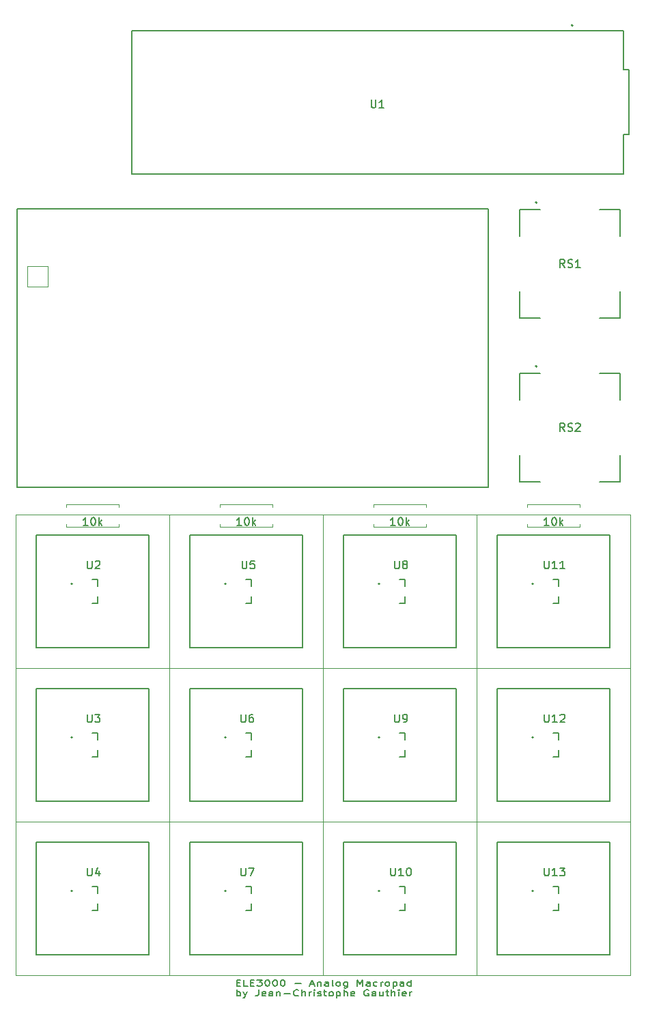
<source format=gto>
%TF.GenerationSoftware,KiCad,Pcbnew,7.0.8*%
%TF.CreationDate,2024-07-17T11:45:19-04:00*%
%TF.ProjectId,analog-macropad,616e616c-6f67-42d6-9d61-63726f706164,v01*%
%TF.SameCoordinates,Original*%
%TF.FileFunction,Legend,Top*%
%TF.FilePolarity,Positive*%
%FSLAX46Y46*%
G04 Gerber Fmt 4.6, Leading zero omitted, Abs format (unit mm)*
G04 Created by KiCad (PCBNEW 7.0.8) date 2024-07-17 11:45:19*
%MOMM*%
%LPD*%
G01*
G04 APERTURE LIST*
%ADD10C,0.150000*%
%ADD11C,0.127000*%
%ADD12C,0.200000*%
%ADD13C,0.120000*%
%ADD14C,0.203200*%
%ADD15C,0.101600*%
%ADD16C,0.100000*%
G04 APERTURE END LIST*
D10*
X128860779Y-153212982D02*
X129194112Y-153212982D01*
X129336969Y-153612125D02*
X128860779Y-153612125D01*
X128860779Y-153612125D02*
X128860779Y-152850125D01*
X128860779Y-152850125D02*
X129336969Y-152850125D01*
X130241731Y-153612125D02*
X129765541Y-153612125D01*
X129765541Y-153612125D02*
X129765541Y-152850125D01*
X130575065Y-153212982D02*
X130908398Y-153212982D01*
X131051255Y-153612125D02*
X130575065Y-153612125D01*
X130575065Y-153612125D02*
X130575065Y-152850125D01*
X130575065Y-152850125D02*
X131051255Y-152850125D01*
X131384589Y-152850125D02*
X132003636Y-152850125D01*
X132003636Y-152850125D02*
X131670303Y-153140411D01*
X131670303Y-153140411D02*
X131813160Y-153140411D01*
X131813160Y-153140411D02*
X131908398Y-153176697D01*
X131908398Y-153176697D02*
X131956017Y-153212982D01*
X131956017Y-153212982D02*
X132003636Y-153285554D01*
X132003636Y-153285554D02*
X132003636Y-153466982D01*
X132003636Y-153466982D02*
X131956017Y-153539554D01*
X131956017Y-153539554D02*
X131908398Y-153575840D01*
X131908398Y-153575840D02*
X131813160Y-153612125D01*
X131813160Y-153612125D02*
X131527446Y-153612125D01*
X131527446Y-153612125D02*
X131432208Y-153575840D01*
X131432208Y-153575840D02*
X131384589Y-153539554D01*
X132622684Y-152850125D02*
X132717922Y-152850125D01*
X132717922Y-152850125D02*
X132813160Y-152886411D01*
X132813160Y-152886411D02*
X132860779Y-152922697D01*
X132860779Y-152922697D02*
X132908398Y-152995268D01*
X132908398Y-152995268D02*
X132956017Y-153140411D01*
X132956017Y-153140411D02*
X132956017Y-153321840D01*
X132956017Y-153321840D02*
X132908398Y-153466982D01*
X132908398Y-153466982D02*
X132860779Y-153539554D01*
X132860779Y-153539554D02*
X132813160Y-153575840D01*
X132813160Y-153575840D02*
X132717922Y-153612125D01*
X132717922Y-153612125D02*
X132622684Y-153612125D01*
X132622684Y-153612125D02*
X132527446Y-153575840D01*
X132527446Y-153575840D02*
X132479827Y-153539554D01*
X132479827Y-153539554D02*
X132432208Y-153466982D01*
X132432208Y-153466982D02*
X132384589Y-153321840D01*
X132384589Y-153321840D02*
X132384589Y-153140411D01*
X132384589Y-153140411D02*
X132432208Y-152995268D01*
X132432208Y-152995268D02*
X132479827Y-152922697D01*
X132479827Y-152922697D02*
X132527446Y-152886411D01*
X132527446Y-152886411D02*
X132622684Y-152850125D01*
X133575065Y-152850125D02*
X133670303Y-152850125D01*
X133670303Y-152850125D02*
X133765541Y-152886411D01*
X133765541Y-152886411D02*
X133813160Y-152922697D01*
X133813160Y-152922697D02*
X133860779Y-152995268D01*
X133860779Y-152995268D02*
X133908398Y-153140411D01*
X133908398Y-153140411D02*
X133908398Y-153321840D01*
X133908398Y-153321840D02*
X133860779Y-153466982D01*
X133860779Y-153466982D02*
X133813160Y-153539554D01*
X133813160Y-153539554D02*
X133765541Y-153575840D01*
X133765541Y-153575840D02*
X133670303Y-153612125D01*
X133670303Y-153612125D02*
X133575065Y-153612125D01*
X133575065Y-153612125D02*
X133479827Y-153575840D01*
X133479827Y-153575840D02*
X133432208Y-153539554D01*
X133432208Y-153539554D02*
X133384589Y-153466982D01*
X133384589Y-153466982D02*
X133336970Y-153321840D01*
X133336970Y-153321840D02*
X133336970Y-153140411D01*
X133336970Y-153140411D02*
X133384589Y-152995268D01*
X133384589Y-152995268D02*
X133432208Y-152922697D01*
X133432208Y-152922697D02*
X133479827Y-152886411D01*
X133479827Y-152886411D02*
X133575065Y-152850125D01*
X134527446Y-152850125D02*
X134622684Y-152850125D01*
X134622684Y-152850125D02*
X134717922Y-152886411D01*
X134717922Y-152886411D02*
X134765541Y-152922697D01*
X134765541Y-152922697D02*
X134813160Y-152995268D01*
X134813160Y-152995268D02*
X134860779Y-153140411D01*
X134860779Y-153140411D02*
X134860779Y-153321840D01*
X134860779Y-153321840D02*
X134813160Y-153466982D01*
X134813160Y-153466982D02*
X134765541Y-153539554D01*
X134765541Y-153539554D02*
X134717922Y-153575840D01*
X134717922Y-153575840D02*
X134622684Y-153612125D01*
X134622684Y-153612125D02*
X134527446Y-153612125D01*
X134527446Y-153612125D02*
X134432208Y-153575840D01*
X134432208Y-153575840D02*
X134384589Y-153539554D01*
X134384589Y-153539554D02*
X134336970Y-153466982D01*
X134336970Y-153466982D02*
X134289351Y-153321840D01*
X134289351Y-153321840D02*
X134289351Y-153140411D01*
X134289351Y-153140411D02*
X134336970Y-152995268D01*
X134336970Y-152995268D02*
X134384589Y-152922697D01*
X134384589Y-152922697D02*
X134432208Y-152886411D01*
X134432208Y-152886411D02*
X134527446Y-152850125D01*
X136051256Y-153321840D02*
X136813161Y-153321840D01*
X138003637Y-153394411D02*
X138479827Y-153394411D01*
X137908399Y-153612125D02*
X138241732Y-152850125D01*
X138241732Y-152850125D02*
X138575065Y-153612125D01*
X138908399Y-153104125D02*
X138908399Y-153612125D01*
X138908399Y-153176697D02*
X138956018Y-153140411D01*
X138956018Y-153140411D02*
X139051256Y-153104125D01*
X139051256Y-153104125D02*
X139194113Y-153104125D01*
X139194113Y-153104125D02*
X139289351Y-153140411D01*
X139289351Y-153140411D02*
X139336970Y-153212982D01*
X139336970Y-153212982D02*
X139336970Y-153612125D01*
X140241732Y-153612125D02*
X140241732Y-153212982D01*
X140241732Y-153212982D02*
X140194113Y-153140411D01*
X140194113Y-153140411D02*
X140098875Y-153104125D01*
X140098875Y-153104125D02*
X139908399Y-153104125D01*
X139908399Y-153104125D02*
X139813161Y-153140411D01*
X140241732Y-153575840D02*
X140146494Y-153612125D01*
X140146494Y-153612125D02*
X139908399Y-153612125D01*
X139908399Y-153612125D02*
X139813161Y-153575840D01*
X139813161Y-153575840D02*
X139765542Y-153503268D01*
X139765542Y-153503268D02*
X139765542Y-153430697D01*
X139765542Y-153430697D02*
X139813161Y-153358125D01*
X139813161Y-153358125D02*
X139908399Y-153321840D01*
X139908399Y-153321840D02*
X140146494Y-153321840D01*
X140146494Y-153321840D02*
X140241732Y-153285554D01*
X140860780Y-153612125D02*
X140765542Y-153575840D01*
X140765542Y-153575840D02*
X140717923Y-153503268D01*
X140717923Y-153503268D02*
X140717923Y-152850125D01*
X141384590Y-153612125D02*
X141289352Y-153575840D01*
X141289352Y-153575840D02*
X141241733Y-153539554D01*
X141241733Y-153539554D02*
X141194114Y-153466982D01*
X141194114Y-153466982D02*
X141194114Y-153249268D01*
X141194114Y-153249268D02*
X141241733Y-153176697D01*
X141241733Y-153176697D02*
X141289352Y-153140411D01*
X141289352Y-153140411D02*
X141384590Y-153104125D01*
X141384590Y-153104125D02*
X141527447Y-153104125D01*
X141527447Y-153104125D02*
X141622685Y-153140411D01*
X141622685Y-153140411D02*
X141670304Y-153176697D01*
X141670304Y-153176697D02*
X141717923Y-153249268D01*
X141717923Y-153249268D02*
X141717923Y-153466982D01*
X141717923Y-153466982D02*
X141670304Y-153539554D01*
X141670304Y-153539554D02*
X141622685Y-153575840D01*
X141622685Y-153575840D02*
X141527447Y-153612125D01*
X141527447Y-153612125D02*
X141384590Y-153612125D01*
X142575066Y-153104125D02*
X142575066Y-153720982D01*
X142575066Y-153720982D02*
X142527447Y-153793554D01*
X142527447Y-153793554D02*
X142479828Y-153829840D01*
X142479828Y-153829840D02*
X142384590Y-153866125D01*
X142384590Y-153866125D02*
X142241733Y-153866125D01*
X142241733Y-153866125D02*
X142146495Y-153829840D01*
X142575066Y-153575840D02*
X142479828Y-153612125D01*
X142479828Y-153612125D02*
X142289352Y-153612125D01*
X142289352Y-153612125D02*
X142194114Y-153575840D01*
X142194114Y-153575840D02*
X142146495Y-153539554D01*
X142146495Y-153539554D02*
X142098876Y-153466982D01*
X142098876Y-153466982D02*
X142098876Y-153249268D01*
X142098876Y-153249268D02*
X142146495Y-153176697D01*
X142146495Y-153176697D02*
X142194114Y-153140411D01*
X142194114Y-153140411D02*
X142289352Y-153104125D01*
X142289352Y-153104125D02*
X142479828Y-153104125D01*
X142479828Y-153104125D02*
X142575066Y-153140411D01*
X143813162Y-153612125D02*
X143813162Y-152850125D01*
X143813162Y-152850125D02*
X144146495Y-153394411D01*
X144146495Y-153394411D02*
X144479828Y-152850125D01*
X144479828Y-152850125D02*
X144479828Y-153612125D01*
X145384590Y-153612125D02*
X145384590Y-153212982D01*
X145384590Y-153212982D02*
X145336971Y-153140411D01*
X145336971Y-153140411D02*
X145241733Y-153104125D01*
X145241733Y-153104125D02*
X145051257Y-153104125D01*
X145051257Y-153104125D02*
X144956019Y-153140411D01*
X145384590Y-153575840D02*
X145289352Y-153612125D01*
X145289352Y-153612125D02*
X145051257Y-153612125D01*
X145051257Y-153612125D02*
X144956019Y-153575840D01*
X144956019Y-153575840D02*
X144908400Y-153503268D01*
X144908400Y-153503268D02*
X144908400Y-153430697D01*
X144908400Y-153430697D02*
X144956019Y-153358125D01*
X144956019Y-153358125D02*
X145051257Y-153321840D01*
X145051257Y-153321840D02*
X145289352Y-153321840D01*
X145289352Y-153321840D02*
X145384590Y-153285554D01*
X146289352Y-153575840D02*
X146194114Y-153612125D01*
X146194114Y-153612125D02*
X146003638Y-153612125D01*
X146003638Y-153612125D02*
X145908400Y-153575840D01*
X145908400Y-153575840D02*
X145860781Y-153539554D01*
X145860781Y-153539554D02*
X145813162Y-153466982D01*
X145813162Y-153466982D02*
X145813162Y-153249268D01*
X145813162Y-153249268D02*
X145860781Y-153176697D01*
X145860781Y-153176697D02*
X145908400Y-153140411D01*
X145908400Y-153140411D02*
X146003638Y-153104125D01*
X146003638Y-153104125D02*
X146194114Y-153104125D01*
X146194114Y-153104125D02*
X146289352Y-153140411D01*
X146717924Y-153612125D02*
X146717924Y-153104125D01*
X146717924Y-153249268D02*
X146765543Y-153176697D01*
X146765543Y-153176697D02*
X146813162Y-153140411D01*
X146813162Y-153140411D02*
X146908400Y-153104125D01*
X146908400Y-153104125D02*
X147003638Y-153104125D01*
X147479829Y-153612125D02*
X147384591Y-153575840D01*
X147384591Y-153575840D02*
X147336972Y-153539554D01*
X147336972Y-153539554D02*
X147289353Y-153466982D01*
X147289353Y-153466982D02*
X147289353Y-153249268D01*
X147289353Y-153249268D02*
X147336972Y-153176697D01*
X147336972Y-153176697D02*
X147384591Y-153140411D01*
X147384591Y-153140411D02*
X147479829Y-153104125D01*
X147479829Y-153104125D02*
X147622686Y-153104125D01*
X147622686Y-153104125D02*
X147717924Y-153140411D01*
X147717924Y-153140411D02*
X147765543Y-153176697D01*
X147765543Y-153176697D02*
X147813162Y-153249268D01*
X147813162Y-153249268D02*
X147813162Y-153466982D01*
X147813162Y-153466982D02*
X147765543Y-153539554D01*
X147765543Y-153539554D02*
X147717924Y-153575840D01*
X147717924Y-153575840D02*
X147622686Y-153612125D01*
X147622686Y-153612125D02*
X147479829Y-153612125D01*
X148241734Y-153104125D02*
X148241734Y-153866125D01*
X148241734Y-153140411D02*
X148336972Y-153104125D01*
X148336972Y-153104125D02*
X148527448Y-153104125D01*
X148527448Y-153104125D02*
X148622686Y-153140411D01*
X148622686Y-153140411D02*
X148670305Y-153176697D01*
X148670305Y-153176697D02*
X148717924Y-153249268D01*
X148717924Y-153249268D02*
X148717924Y-153466982D01*
X148717924Y-153466982D02*
X148670305Y-153539554D01*
X148670305Y-153539554D02*
X148622686Y-153575840D01*
X148622686Y-153575840D02*
X148527448Y-153612125D01*
X148527448Y-153612125D02*
X148336972Y-153612125D01*
X148336972Y-153612125D02*
X148241734Y-153575840D01*
X149575067Y-153612125D02*
X149575067Y-153212982D01*
X149575067Y-153212982D02*
X149527448Y-153140411D01*
X149527448Y-153140411D02*
X149432210Y-153104125D01*
X149432210Y-153104125D02*
X149241734Y-153104125D01*
X149241734Y-153104125D02*
X149146496Y-153140411D01*
X149575067Y-153575840D02*
X149479829Y-153612125D01*
X149479829Y-153612125D02*
X149241734Y-153612125D01*
X149241734Y-153612125D02*
X149146496Y-153575840D01*
X149146496Y-153575840D02*
X149098877Y-153503268D01*
X149098877Y-153503268D02*
X149098877Y-153430697D01*
X149098877Y-153430697D02*
X149146496Y-153358125D01*
X149146496Y-153358125D02*
X149241734Y-153321840D01*
X149241734Y-153321840D02*
X149479829Y-153321840D01*
X149479829Y-153321840D02*
X149575067Y-153285554D01*
X150479829Y-153612125D02*
X150479829Y-152850125D01*
X150479829Y-153575840D02*
X150384591Y-153612125D01*
X150384591Y-153612125D02*
X150194115Y-153612125D01*
X150194115Y-153612125D02*
X150098877Y-153575840D01*
X150098877Y-153575840D02*
X150051258Y-153539554D01*
X150051258Y-153539554D02*
X150003639Y-153466982D01*
X150003639Y-153466982D02*
X150003639Y-153249268D01*
X150003639Y-153249268D02*
X150051258Y-153176697D01*
X150051258Y-153176697D02*
X150098877Y-153140411D01*
X150098877Y-153140411D02*
X150194115Y-153104125D01*
X150194115Y-153104125D02*
X150384591Y-153104125D01*
X150384591Y-153104125D02*
X150479829Y-153140411D01*
X128860779Y-154838945D02*
X128860779Y-154076945D01*
X128860779Y-154367231D02*
X128956017Y-154330945D01*
X128956017Y-154330945D02*
X129146493Y-154330945D01*
X129146493Y-154330945D02*
X129241731Y-154367231D01*
X129241731Y-154367231D02*
X129289350Y-154403517D01*
X129289350Y-154403517D02*
X129336969Y-154476088D01*
X129336969Y-154476088D02*
X129336969Y-154693802D01*
X129336969Y-154693802D02*
X129289350Y-154766374D01*
X129289350Y-154766374D02*
X129241731Y-154802660D01*
X129241731Y-154802660D02*
X129146493Y-154838945D01*
X129146493Y-154838945D02*
X128956017Y-154838945D01*
X128956017Y-154838945D02*
X128860779Y-154802660D01*
X129670303Y-154330945D02*
X129908398Y-154838945D01*
X130146493Y-154330945D02*
X129908398Y-154838945D01*
X129908398Y-154838945D02*
X129813160Y-155020374D01*
X129813160Y-155020374D02*
X129765541Y-155056660D01*
X129765541Y-155056660D02*
X129670303Y-155092945D01*
X131575065Y-154076945D02*
X131575065Y-154621231D01*
X131575065Y-154621231D02*
X131527446Y-154730088D01*
X131527446Y-154730088D02*
X131432208Y-154802660D01*
X131432208Y-154802660D02*
X131289351Y-154838945D01*
X131289351Y-154838945D02*
X131194113Y-154838945D01*
X132432208Y-154802660D02*
X132336970Y-154838945D01*
X132336970Y-154838945D02*
X132146494Y-154838945D01*
X132146494Y-154838945D02*
X132051256Y-154802660D01*
X132051256Y-154802660D02*
X132003637Y-154730088D01*
X132003637Y-154730088D02*
X132003637Y-154439802D01*
X132003637Y-154439802D02*
X132051256Y-154367231D01*
X132051256Y-154367231D02*
X132146494Y-154330945D01*
X132146494Y-154330945D02*
X132336970Y-154330945D01*
X132336970Y-154330945D02*
X132432208Y-154367231D01*
X132432208Y-154367231D02*
X132479827Y-154439802D01*
X132479827Y-154439802D02*
X132479827Y-154512374D01*
X132479827Y-154512374D02*
X132003637Y-154584945D01*
X133336970Y-154838945D02*
X133336970Y-154439802D01*
X133336970Y-154439802D02*
X133289351Y-154367231D01*
X133289351Y-154367231D02*
X133194113Y-154330945D01*
X133194113Y-154330945D02*
X133003637Y-154330945D01*
X133003637Y-154330945D02*
X132908399Y-154367231D01*
X133336970Y-154802660D02*
X133241732Y-154838945D01*
X133241732Y-154838945D02*
X133003637Y-154838945D01*
X133003637Y-154838945D02*
X132908399Y-154802660D01*
X132908399Y-154802660D02*
X132860780Y-154730088D01*
X132860780Y-154730088D02*
X132860780Y-154657517D01*
X132860780Y-154657517D02*
X132908399Y-154584945D01*
X132908399Y-154584945D02*
X133003637Y-154548660D01*
X133003637Y-154548660D02*
X133241732Y-154548660D01*
X133241732Y-154548660D02*
X133336970Y-154512374D01*
X133813161Y-154330945D02*
X133813161Y-154838945D01*
X133813161Y-154403517D02*
X133860780Y-154367231D01*
X133860780Y-154367231D02*
X133956018Y-154330945D01*
X133956018Y-154330945D02*
X134098875Y-154330945D01*
X134098875Y-154330945D02*
X134194113Y-154367231D01*
X134194113Y-154367231D02*
X134241732Y-154439802D01*
X134241732Y-154439802D02*
X134241732Y-154838945D01*
X134717923Y-154548660D02*
X135479828Y-154548660D01*
X136527446Y-154766374D02*
X136479827Y-154802660D01*
X136479827Y-154802660D02*
X136336970Y-154838945D01*
X136336970Y-154838945D02*
X136241732Y-154838945D01*
X136241732Y-154838945D02*
X136098875Y-154802660D01*
X136098875Y-154802660D02*
X136003637Y-154730088D01*
X136003637Y-154730088D02*
X135956018Y-154657517D01*
X135956018Y-154657517D02*
X135908399Y-154512374D01*
X135908399Y-154512374D02*
X135908399Y-154403517D01*
X135908399Y-154403517D02*
X135956018Y-154258374D01*
X135956018Y-154258374D02*
X136003637Y-154185802D01*
X136003637Y-154185802D02*
X136098875Y-154113231D01*
X136098875Y-154113231D02*
X136241732Y-154076945D01*
X136241732Y-154076945D02*
X136336970Y-154076945D01*
X136336970Y-154076945D02*
X136479827Y-154113231D01*
X136479827Y-154113231D02*
X136527446Y-154149517D01*
X136956018Y-154838945D02*
X136956018Y-154076945D01*
X137384589Y-154838945D02*
X137384589Y-154439802D01*
X137384589Y-154439802D02*
X137336970Y-154367231D01*
X137336970Y-154367231D02*
X137241732Y-154330945D01*
X137241732Y-154330945D02*
X137098875Y-154330945D01*
X137098875Y-154330945D02*
X137003637Y-154367231D01*
X137003637Y-154367231D02*
X136956018Y-154403517D01*
X137860780Y-154838945D02*
X137860780Y-154330945D01*
X137860780Y-154476088D02*
X137908399Y-154403517D01*
X137908399Y-154403517D02*
X137956018Y-154367231D01*
X137956018Y-154367231D02*
X138051256Y-154330945D01*
X138051256Y-154330945D02*
X138146494Y-154330945D01*
X138479828Y-154838945D02*
X138479828Y-154330945D01*
X138479828Y-154076945D02*
X138432209Y-154113231D01*
X138432209Y-154113231D02*
X138479828Y-154149517D01*
X138479828Y-154149517D02*
X138527447Y-154113231D01*
X138527447Y-154113231D02*
X138479828Y-154076945D01*
X138479828Y-154076945D02*
X138479828Y-154149517D01*
X138908399Y-154802660D02*
X139003637Y-154838945D01*
X139003637Y-154838945D02*
X139194113Y-154838945D01*
X139194113Y-154838945D02*
X139289351Y-154802660D01*
X139289351Y-154802660D02*
X139336970Y-154730088D01*
X139336970Y-154730088D02*
X139336970Y-154693802D01*
X139336970Y-154693802D02*
X139289351Y-154621231D01*
X139289351Y-154621231D02*
X139194113Y-154584945D01*
X139194113Y-154584945D02*
X139051256Y-154584945D01*
X139051256Y-154584945D02*
X138956018Y-154548660D01*
X138956018Y-154548660D02*
X138908399Y-154476088D01*
X138908399Y-154476088D02*
X138908399Y-154439802D01*
X138908399Y-154439802D02*
X138956018Y-154367231D01*
X138956018Y-154367231D02*
X139051256Y-154330945D01*
X139051256Y-154330945D02*
X139194113Y-154330945D01*
X139194113Y-154330945D02*
X139289351Y-154367231D01*
X139622685Y-154330945D02*
X140003637Y-154330945D01*
X139765542Y-154076945D02*
X139765542Y-154730088D01*
X139765542Y-154730088D02*
X139813161Y-154802660D01*
X139813161Y-154802660D02*
X139908399Y-154838945D01*
X139908399Y-154838945D02*
X140003637Y-154838945D01*
X140479828Y-154838945D02*
X140384590Y-154802660D01*
X140384590Y-154802660D02*
X140336971Y-154766374D01*
X140336971Y-154766374D02*
X140289352Y-154693802D01*
X140289352Y-154693802D02*
X140289352Y-154476088D01*
X140289352Y-154476088D02*
X140336971Y-154403517D01*
X140336971Y-154403517D02*
X140384590Y-154367231D01*
X140384590Y-154367231D02*
X140479828Y-154330945D01*
X140479828Y-154330945D02*
X140622685Y-154330945D01*
X140622685Y-154330945D02*
X140717923Y-154367231D01*
X140717923Y-154367231D02*
X140765542Y-154403517D01*
X140765542Y-154403517D02*
X140813161Y-154476088D01*
X140813161Y-154476088D02*
X140813161Y-154693802D01*
X140813161Y-154693802D02*
X140765542Y-154766374D01*
X140765542Y-154766374D02*
X140717923Y-154802660D01*
X140717923Y-154802660D02*
X140622685Y-154838945D01*
X140622685Y-154838945D02*
X140479828Y-154838945D01*
X141241733Y-154330945D02*
X141241733Y-155092945D01*
X141241733Y-154367231D02*
X141336971Y-154330945D01*
X141336971Y-154330945D02*
X141527447Y-154330945D01*
X141527447Y-154330945D02*
X141622685Y-154367231D01*
X141622685Y-154367231D02*
X141670304Y-154403517D01*
X141670304Y-154403517D02*
X141717923Y-154476088D01*
X141717923Y-154476088D02*
X141717923Y-154693802D01*
X141717923Y-154693802D02*
X141670304Y-154766374D01*
X141670304Y-154766374D02*
X141622685Y-154802660D01*
X141622685Y-154802660D02*
X141527447Y-154838945D01*
X141527447Y-154838945D02*
X141336971Y-154838945D01*
X141336971Y-154838945D02*
X141241733Y-154802660D01*
X142146495Y-154838945D02*
X142146495Y-154076945D01*
X142575066Y-154838945D02*
X142575066Y-154439802D01*
X142575066Y-154439802D02*
X142527447Y-154367231D01*
X142527447Y-154367231D02*
X142432209Y-154330945D01*
X142432209Y-154330945D02*
X142289352Y-154330945D01*
X142289352Y-154330945D02*
X142194114Y-154367231D01*
X142194114Y-154367231D02*
X142146495Y-154403517D01*
X143432209Y-154802660D02*
X143336971Y-154838945D01*
X143336971Y-154838945D02*
X143146495Y-154838945D01*
X143146495Y-154838945D02*
X143051257Y-154802660D01*
X143051257Y-154802660D02*
X143003638Y-154730088D01*
X143003638Y-154730088D02*
X143003638Y-154439802D01*
X143003638Y-154439802D02*
X143051257Y-154367231D01*
X143051257Y-154367231D02*
X143146495Y-154330945D01*
X143146495Y-154330945D02*
X143336971Y-154330945D01*
X143336971Y-154330945D02*
X143432209Y-154367231D01*
X143432209Y-154367231D02*
X143479828Y-154439802D01*
X143479828Y-154439802D02*
X143479828Y-154512374D01*
X143479828Y-154512374D02*
X143003638Y-154584945D01*
X145194114Y-154113231D02*
X145098876Y-154076945D01*
X145098876Y-154076945D02*
X144956019Y-154076945D01*
X144956019Y-154076945D02*
X144813162Y-154113231D01*
X144813162Y-154113231D02*
X144717924Y-154185802D01*
X144717924Y-154185802D02*
X144670305Y-154258374D01*
X144670305Y-154258374D02*
X144622686Y-154403517D01*
X144622686Y-154403517D02*
X144622686Y-154512374D01*
X144622686Y-154512374D02*
X144670305Y-154657517D01*
X144670305Y-154657517D02*
X144717924Y-154730088D01*
X144717924Y-154730088D02*
X144813162Y-154802660D01*
X144813162Y-154802660D02*
X144956019Y-154838945D01*
X144956019Y-154838945D02*
X145051257Y-154838945D01*
X145051257Y-154838945D02*
X145194114Y-154802660D01*
X145194114Y-154802660D02*
X145241733Y-154766374D01*
X145241733Y-154766374D02*
X145241733Y-154512374D01*
X145241733Y-154512374D02*
X145051257Y-154512374D01*
X146098876Y-154838945D02*
X146098876Y-154439802D01*
X146098876Y-154439802D02*
X146051257Y-154367231D01*
X146051257Y-154367231D02*
X145956019Y-154330945D01*
X145956019Y-154330945D02*
X145765543Y-154330945D01*
X145765543Y-154330945D02*
X145670305Y-154367231D01*
X146098876Y-154802660D02*
X146003638Y-154838945D01*
X146003638Y-154838945D02*
X145765543Y-154838945D01*
X145765543Y-154838945D02*
X145670305Y-154802660D01*
X145670305Y-154802660D02*
X145622686Y-154730088D01*
X145622686Y-154730088D02*
X145622686Y-154657517D01*
X145622686Y-154657517D02*
X145670305Y-154584945D01*
X145670305Y-154584945D02*
X145765543Y-154548660D01*
X145765543Y-154548660D02*
X146003638Y-154548660D01*
X146003638Y-154548660D02*
X146098876Y-154512374D01*
X147003638Y-154330945D02*
X147003638Y-154838945D01*
X146575067Y-154330945D02*
X146575067Y-154730088D01*
X146575067Y-154730088D02*
X146622686Y-154802660D01*
X146622686Y-154802660D02*
X146717924Y-154838945D01*
X146717924Y-154838945D02*
X146860781Y-154838945D01*
X146860781Y-154838945D02*
X146956019Y-154802660D01*
X146956019Y-154802660D02*
X147003638Y-154766374D01*
X147336972Y-154330945D02*
X147717924Y-154330945D01*
X147479829Y-154076945D02*
X147479829Y-154730088D01*
X147479829Y-154730088D02*
X147527448Y-154802660D01*
X147527448Y-154802660D02*
X147622686Y-154838945D01*
X147622686Y-154838945D02*
X147717924Y-154838945D01*
X148051258Y-154838945D02*
X148051258Y-154076945D01*
X148479829Y-154838945D02*
X148479829Y-154439802D01*
X148479829Y-154439802D02*
X148432210Y-154367231D01*
X148432210Y-154367231D02*
X148336972Y-154330945D01*
X148336972Y-154330945D02*
X148194115Y-154330945D01*
X148194115Y-154330945D02*
X148098877Y-154367231D01*
X148098877Y-154367231D02*
X148051258Y-154403517D01*
X148956020Y-154838945D02*
X148956020Y-154330945D01*
X148956020Y-154076945D02*
X148908401Y-154113231D01*
X148908401Y-154113231D02*
X148956020Y-154149517D01*
X148956020Y-154149517D02*
X149003639Y-154113231D01*
X149003639Y-154113231D02*
X148956020Y-154076945D01*
X148956020Y-154076945D02*
X148956020Y-154149517D01*
X149813162Y-154802660D02*
X149717924Y-154838945D01*
X149717924Y-154838945D02*
X149527448Y-154838945D01*
X149527448Y-154838945D02*
X149432210Y-154802660D01*
X149432210Y-154802660D02*
X149384591Y-154730088D01*
X149384591Y-154730088D02*
X149384591Y-154439802D01*
X149384591Y-154439802D02*
X149432210Y-154367231D01*
X149432210Y-154367231D02*
X149527448Y-154330945D01*
X149527448Y-154330945D02*
X149717924Y-154330945D01*
X149717924Y-154330945D02*
X149813162Y-154367231D01*
X149813162Y-154367231D02*
X149860781Y-154439802D01*
X149860781Y-154439802D02*
X149860781Y-154512374D01*
X149860781Y-154512374D02*
X149384591Y-154584945D01*
X150289353Y-154838945D02*
X150289353Y-154330945D01*
X150289353Y-154476088D02*
X150336972Y-154403517D01*
X150336972Y-154403517D02*
X150384591Y-154367231D01*
X150384591Y-154367231D02*
X150479829Y-154330945D01*
X150479829Y-154330945D02*
X150575067Y-154330945D01*
X169537142Y-64462819D02*
X169203809Y-63986628D01*
X168965714Y-64462819D02*
X168965714Y-63462819D01*
X168965714Y-63462819D02*
X169346666Y-63462819D01*
X169346666Y-63462819D02*
X169441904Y-63510438D01*
X169441904Y-63510438D02*
X169489523Y-63558057D01*
X169489523Y-63558057D02*
X169537142Y-63653295D01*
X169537142Y-63653295D02*
X169537142Y-63796152D01*
X169537142Y-63796152D02*
X169489523Y-63891390D01*
X169489523Y-63891390D02*
X169441904Y-63939009D01*
X169441904Y-63939009D02*
X169346666Y-63986628D01*
X169346666Y-63986628D02*
X168965714Y-63986628D01*
X169918095Y-64415200D02*
X170060952Y-64462819D01*
X170060952Y-64462819D02*
X170299047Y-64462819D01*
X170299047Y-64462819D02*
X170394285Y-64415200D01*
X170394285Y-64415200D02*
X170441904Y-64367580D01*
X170441904Y-64367580D02*
X170489523Y-64272342D01*
X170489523Y-64272342D02*
X170489523Y-64177104D01*
X170489523Y-64177104D02*
X170441904Y-64081866D01*
X170441904Y-64081866D02*
X170394285Y-64034247D01*
X170394285Y-64034247D02*
X170299047Y-63986628D01*
X170299047Y-63986628D02*
X170108571Y-63939009D01*
X170108571Y-63939009D02*
X170013333Y-63891390D01*
X170013333Y-63891390D02*
X169965714Y-63843771D01*
X169965714Y-63843771D02*
X169918095Y-63748533D01*
X169918095Y-63748533D02*
X169918095Y-63653295D01*
X169918095Y-63653295D02*
X169965714Y-63558057D01*
X169965714Y-63558057D02*
X170013333Y-63510438D01*
X170013333Y-63510438D02*
X170108571Y-63462819D01*
X170108571Y-63462819D02*
X170346666Y-63462819D01*
X170346666Y-63462819D02*
X170489523Y-63510438D01*
X171441904Y-64462819D02*
X170870476Y-64462819D01*
X171156190Y-64462819D02*
X171156190Y-63462819D01*
X171156190Y-63462819D02*
X171060952Y-63605676D01*
X171060952Y-63605676D02*
X170965714Y-63700914D01*
X170965714Y-63700914D02*
X170870476Y-63748533D01*
X148502761Y-96466819D02*
X147931333Y-96466819D01*
X148217047Y-96466819D02*
X148217047Y-95466819D01*
X148217047Y-95466819D02*
X148121809Y-95609676D01*
X148121809Y-95609676D02*
X148026571Y-95704914D01*
X148026571Y-95704914D02*
X147931333Y-95752533D01*
X149121809Y-95466819D02*
X149217047Y-95466819D01*
X149217047Y-95466819D02*
X149312285Y-95514438D01*
X149312285Y-95514438D02*
X149359904Y-95562057D01*
X149359904Y-95562057D02*
X149407523Y-95657295D01*
X149407523Y-95657295D02*
X149455142Y-95847771D01*
X149455142Y-95847771D02*
X149455142Y-96085866D01*
X149455142Y-96085866D02*
X149407523Y-96276342D01*
X149407523Y-96276342D02*
X149359904Y-96371580D01*
X149359904Y-96371580D02*
X149312285Y-96419200D01*
X149312285Y-96419200D02*
X149217047Y-96466819D01*
X149217047Y-96466819D02*
X149121809Y-96466819D01*
X149121809Y-96466819D02*
X149026571Y-96419200D01*
X149026571Y-96419200D02*
X148978952Y-96371580D01*
X148978952Y-96371580D02*
X148931333Y-96276342D01*
X148931333Y-96276342D02*
X148883714Y-96085866D01*
X148883714Y-96085866D02*
X148883714Y-95847771D01*
X148883714Y-95847771D02*
X148931333Y-95657295D01*
X148931333Y-95657295D02*
X148978952Y-95562057D01*
X148978952Y-95562057D02*
X149026571Y-95514438D01*
X149026571Y-95514438D02*
X149121809Y-95466819D01*
X149883714Y-96466819D02*
X149883714Y-95466819D01*
X149978952Y-96085866D02*
X150264666Y-96466819D01*
X150264666Y-95800152D02*
X149883714Y-96181104D01*
X148443095Y-100840819D02*
X148443095Y-101650342D01*
X148443095Y-101650342D02*
X148490714Y-101745580D01*
X148490714Y-101745580D02*
X148538333Y-101793200D01*
X148538333Y-101793200D02*
X148633571Y-101840819D01*
X148633571Y-101840819D02*
X148824047Y-101840819D01*
X148824047Y-101840819D02*
X148919285Y-101793200D01*
X148919285Y-101793200D02*
X148966904Y-101745580D01*
X148966904Y-101745580D02*
X149014523Y-101650342D01*
X149014523Y-101650342D02*
X149014523Y-100840819D01*
X149633571Y-101269390D02*
X149538333Y-101221771D01*
X149538333Y-101221771D02*
X149490714Y-101174152D01*
X149490714Y-101174152D02*
X149443095Y-101078914D01*
X149443095Y-101078914D02*
X149443095Y-101031295D01*
X149443095Y-101031295D02*
X149490714Y-100936057D01*
X149490714Y-100936057D02*
X149538333Y-100888438D01*
X149538333Y-100888438D02*
X149633571Y-100840819D01*
X149633571Y-100840819D02*
X149824047Y-100840819D01*
X149824047Y-100840819D02*
X149919285Y-100888438D01*
X149919285Y-100888438D02*
X149966904Y-100936057D01*
X149966904Y-100936057D02*
X150014523Y-101031295D01*
X150014523Y-101031295D02*
X150014523Y-101078914D01*
X150014523Y-101078914D02*
X149966904Y-101174152D01*
X149966904Y-101174152D02*
X149919285Y-101221771D01*
X149919285Y-101221771D02*
X149824047Y-101269390D01*
X149824047Y-101269390D02*
X149633571Y-101269390D01*
X149633571Y-101269390D02*
X149538333Y-101317009D01*
X149538333Y-101317009D02*
X149490714Y-101364628D01*
X149490714Y-101364628D02*
X149443095Y-101459866D01*
X149443095Y-101459866D02*
X149443095Y-101650342D01*
X149443095Y-101650342D02*
X149490714Y-101745580D01*
X149490714Y-101745580D02*
X149538333Y-101793200D01*
X149538333Y-101793200D02*
X149633571Y-101840819D01*
X149633571Y-101840819D02*
X149824047Y-101840819D01*
X149824047Y-101840819D02*
X149919285Y-101793200D01*
X149919285Y-101793200D02*
X149966904Y-101745580D01*
X149966904Y-101745580D02*
X150014523Y-101650342D01*
X150014523Y-101650342D02*
X150014523Y-101459866D01*
X150014523Y-101459866D02*
X149966904Y-101364628D01*
X149966904Y-101364628D02*
X149919285Y-101317009D01*
X149919285Y-101317009D02*
X149824047Y-101269390D01*
X167016905Y-138940819D02*
X167016905Y-139750342D01*
X167016905Y-139750342D02*
X167064524Y-139845580D01*
X167064524Y-139845580D02*
X167112143Y-139893200D01*
X167112143Y-139893200D02*
X167207381Y-139940819D01*
X167207381Y-139940819D02*
X167397857Y-139940819D01*
X167397857Y-139940819D02*
X167493095Y-139893200D01*
X167493095Y-139893200D02*
X167540714Y-139845580D01*
X167540714Y-139845580D02*
X167588333Y-139750342D01*
X167588333Y-139750342D02*
X167588333Y-138940819D01*
X168588333Y-139940819D02*
X168016905Y-139940819D01*
X168302619Y-139940819D02*
X168302619Y-138940819D01*
X168302619Y-138940819D02*
X168207381Y-139083676D01*
X168207381Y-139083676D02*
X168112143Y-139178914D01*
X168112143Y-139178914D02*
X168016905Y-139226533D01*
X168921667Y-138940819D02*
X169540714Y-138940819D01*
X169540714Y-138940819D02*
X169207381Y-139321771D01*
X169207381Y-139321771D02*
X169350238Y-139321771D01*
X169350238Y-139321771D02*
X169445476Y-139369390D01*
X169445476Y-139369390D02*
X169493095Y-139417009D01*
X169493095Y-139417009D02*
X169540714Y-139512247D01*
X169540714Y-139512247D02*
X169540714Y-139750342D01*
X169540714Y-139750342D02*
X169493095Y-139845580D01*
X169493095Y-139845580D02*
X169445476Y-139893200D01*
X169445476Y-139893200D02*
X169350238Y-139940819D01*
X169350238Y-139940819D02*
X169064524Y-139940819D01*
X169064524Y-139940819D02*
X168969286Y-139893200D01*
X168969286Y-139893200D02*
X168921667Y-139845580D01*
X129393095Y-138940819D02*
X129393095Y-139750342D01*
X129393095Y-139750342D02*
X129440714Y-139845580D01*
X129440714Y-139845580D02*
X129488333Y-139893200D01*
X129488333Y-139893200D02*
X129583571Y-139940819D01*
X129583571Y-139940819D02*
X129774047Y-139940819D01*
X129774047Y-139940819D02*
X129869285Y-139893200D01*
X129869285Y-139893200D02*
X129916904Y-139845580D01*
X129916904Y-139845580D02*
X129964523Y-139750342D01*
X129964523Y-139750342D02*
X129964523Y-138940819D01*
X130345476Y-138940819D02*
X131012142Y-138940819D01*
X131012142Y-138940819D02*
X130583571Y-139940819D01*
X169537142Y-84782819D02*
X169203809Y-84306628D01*
X168965714Y-84782819D02*
X168965714Y-83782819D01*
X168965714Y-83782819D02*
X169346666Y-83782819D01*
X169346666Y-83782819D02*
X169441904Y-83830438D01*
X169441904Y-83830438D02*
X169489523Y-83878057D01*
X169489523Y-83878057D02*
X169537142Y-83973295D01*
X169537142Y-83973295D02*
X169537142Y-84116152D01*
X169537142Y-84116152D02*
X169489523Y-84211390D01*
X169489523Y-84211390D02*
X169441904Y-84259009D01*
X169441904Y-84259009D02*
X169346666Y-84306628D01*
X169346666Y-84306628D02*
X168965714Y-84306628D01*
X169918095Y-84735200D02*
X170060952Y-84782819D01*
X170060952Y-84782819D02*
X170299047Y-84782819D01*
X170299047Y-84782819D02*
X170394285Y-84735200D01*
X170394285Y-84735200D02*
X170441904Y-84687580D01*
X170441904Y-84687580D02*
X170489523Y-84592342D01*
X170489523Y-84592342D02*
X170489523Y-84497104D01*
X170489523Y-84497104D02*
X170441904Y-84401866D01*
X170441904Y-84401866D02*
X170394285Y-84354247D01*
X170394285Y-84354247D02*
X170299047Y-84306628D01*
X170299047Y-84306628D02*
X170108571Y-84259009D01*
X170108571Y-84259009D02*
X170013333Y-84211390D01*
X170013333Y-84211390D02*
X169965714Y-84163771D01*
X169965714Y-84163771D02*
X169918095Y-84068533D01*
X169918095Y-84068533D02*
X169918095Y-83973295D01*
X169918095Y-83973295D02*
X169965714Y-83878057D01*
X169965714Y-83878057D02*
X170013333Y-83830438D01*
X170013333Y-83830438D02*
X170108571Y-83782819D01*
X170108571Y-83782819D02*
X170346666Y-83782819D01*
X170346666Y-83782819D02*
X170489523Y-83830438D01*
X170870476Y-83878057D02*
X170918095Y-83830438D01*
X170918095Y-83830438D02*
X171013333Y-83782819D01*
X171013333Y-83782819D02*
X171251428Y-83782819D01*
X171251428Y-83782819D02*
X171346666Y-83830438D01*
X171346666Y-83830438D02*
X171394285Y-83878057D01*
X171394285Y-83878057D02*
X171441904Y-83973295D01*
X171441904Y-83973295D02*
X171441904Y-84068533D01*
X171441904Y-84068533D02*
X171394285Y-84211390D01*
X171394285Y-84211390D02*
X170822857Y-84782819D01*
X170822857Y-84782819D02*
X171441904Y-84782819D01*
X110343095Y-119890819D02*
X110343095Y-120700342D01*
X110343095Y-120700342D02*
X110390714Y-120795580D01*
X110390714Y-120795580D02*
X110438333Y-120843200D01*
X110438333Y-120843200D02*
X110533571Y-120890819D01*
X110533571Y-120890819D02*
X110724047Y-120890819D01*
X110724047Y-120890819D02*
X110819285Y-120843200D01*
X110819285Y-120843200D02*
X110866904Y-120795580D01*
X110866904Y-120795580D02*
X110914523Y-120700342D01*
X110914523Y-120700342D02*
X110914523Y-119890819D01*
X111295476Y-119890819D02*
X111914523Y-119890819D01*
X111914523Y-119890819D02*
X111581190Y-120271771D01*
X111581190Y-120271771D02*
X111724047Y-120271771D01*
X111724047Y-120271771D02*
X111819285Y-120319390D01*
X111819285Y-120319390D02*
X111866904Y-120367009D01*
X111866904Y-120367009D02*
X111914523Y-120462247D01*
X111914523Y-120462247D02*
X111914523Y-120700342D01*
X111914523Y-120700342D02*
X111866904Y-120795580D01*
X111866904Y-120795580D02*
X111819285Y-120843200D01*
X111819285Y-120843200D02*
X111724047Y-120890819D01*
X111724047Y-120890819D02*
X111438333Y-120890819D01*
X111438333Y-120890819D02*
X111343095Y-120843200D01*
X111343095Y-120843200D02*
X111295476Y-120795580D01*
X147966905Y-138940819D02*
X147966905Y-139750342D01*
X147966905Y-139750342D02*
X148014524Y-139845580D01*
X148014524Y-139845580D02*
X148062143Y-139893200D01*
X148062143Y-139893200D02*
X148157381Y-139940819D01*
X148157381Y-139940819D02*
X148347857Y-139940819D01*
X148347857Y-139940819D02*
X148443095Y-139893200D01*
X148443095Y-139893200D02*
X148490714Y-139845580D01*
X148490714Y-139845580D02*
X148538333Y-139750342D01*
X148538333Y-139750342D02*
X148538333Y-138940819D01*
X149538333Y-139940819D02*
X148966905Y-139940819D01*
X149252619Y-139940819D02*
X149252619Y-138940819D01*
X149252619Y-138940819D02*
X149157381Y-139083676D01*
X149157381Y-139083676D02*
X149062143Y-139178914D01*
X149062143Y-139178914D02*
X148966905Y-139226533D01*
X150157381Y-138940819D02*
X150252619Y-138940819D01*
X150252619Y-138940819D02*
X150347857Y-138988438D01*
X150347857Y-138988438D02*
X150395476Y-139036057D01*
X150395476Y-139036057D02*
X150443095Y-139131295D01*
X150443095Y-139131295D02*
X150490714Y-139321771D01*
X150490714Y-139321771D02*
X150490714Y-139559866D01*
X150490714Y-139559866D02*
X150443095Y-139750342D01*
X150443095Y-139750342D02*
X150395476Y-139845580D01*
X150395476Y-139845580D02*
X150347857Y-139893200D01*
X150347857Y-139893200D02*
X150252619Y-139940819D01*
X150252619Y-139940819D02*
X150157381Y-139940819D01*
X150157381Y-139940819D02*
X150062143Y-139893200D01*
X150062143Y-139893200D02*
X150014524Y-139845580D01*
X150014524Y-139845580D02*
X149966905Y-139750342D01*
X149966905Y-139750342D02*
X149919286Y-139559866D01*
X149919286Y-139559866D02*
X149919286Y-139321771D01*
X149919286Y-139321771D02*
X149966905Y-139131295D01*
X149966905Y-139131295D02*
X150014524Y-139036057D01*
X150014524Y-139036057D02*
X150062143Y-138988438D01*
X150062143Y-138988438D02*
X150157381Y-138940819D01*
X148443095Y-119890819D02*
X148443095Y-120700342D01*
X148443095Y-120700342D02*
X148490714Y-120795580D01*
X148490714Y-120795580D02*
X148538333Y-120843200D01*
X148538333Y-120843200D02*
X148633571Y-120890819D01*
X148633571Y-120890819D02*
X148824047Y-120890819D01*
X148824047Y-120890819D02*
X148919285Y-120843200D01*
X148919285Y-120843200D02*
X148966904Y-120795580D01*
X148966904Y-120795580D02*
X149014523Y-120700342D01*
X149014523Y-120700342D02*
X149014523Y-119890819D01*
X149538333Y-120890819D02*
X149728809Y-120890819D01*
X149728809Y-120890819D02*
X149824047Y-120843200D01*
X149824047Y-120843200D02*
X149871666Y-120795580D01*
X149871666Y-120795580D02*
X149966904Y-120652723D01*
X149966904Y-120652723D02*
X150014523Y-120462247D01*
X150014523Y-120462247D02*
X150014523Y-120081295D01*
X150014523Y-120081295D02*
X149966904Y-119986057D01*
X149966904Y-119986057D02*
X149919285Y-119938438D01*
X149919285Y-119938438D02*
X149824047Y-119890819D01*
X149824047Y-119890819D02*
X149633571Y-119890819D01*
X149633571Y-119890819D02*
X149538333Y-119938438D01*
X149538333Y-119938438D02*
X149490714Y-119986057D01*
X149490714Y-119986057D02*
X149443095Y-120081295D01*
X149443095Y-120081295D02*
X149443095Y-120319390D01*
X149443095Y-120319390D02*
X149490714Y-120414628D01*
X149490714Y-120414628D02*
X149538333Y-120462247D01*
X149538333Y-120462247D02*
X149633571Y-120509866D01*
X149633571Y-120509866D02*
X149824047Y-120509866D01*
X149824047Y-120509866D02*
X149919285Y-120462247D01*
X149919285Y-120462247D02*
X149966904Y-120414628D01*
X149966904Y-120414628D02*
X150014523Y-120319390D01*
X145542095Y-43650819D02*
X145542095Y-44460342D01*
X145542095Y-44460342D02*
X145589714Y-44555580D01*
X145589714Y-44555580D02*
X145637333Y-44603200D01*
X145637333Y-44603200D02*
X145732571Y-44650819D01*
X145732571Y-44650819D02*
X145923047Y-44650819D01*
X145923047Y-44650819D02*
X146018285Y-44603200D01*
X146018285Y-44603200D02*
X146065904Y-44555580D01*
X146065904Y-44555580D02*
X146113523Y-44460342D01*
X146113523Y-44460342D02*
X146113523Y-43650819D01*
X147113523Y-44650819D02*
X146542095Y-44650819D01*
X146827809Y-44650819D02*
X146827809Y-43650819D01*
X146827809Y-43650819D02*
X146732571Y-43793676D01*
X146732571Y-43793676D02*
X146637333Y-43888914D01*
X146637333Y-43888914D02*
X146542095Y-43936533D01*
X110402761Y-96466819D02*
X109831333Y-96466819D01*
X110117047Y-96466819D02*
X110117047Y-95466819D01*
X110117047Y-95466819D02*
X110021809Y-95609676D01*
X110021809Y-95609676D02*
X109926571Y-95704914D01*
X109926571Y-95704914D02*
X109831333Y-95752533D01*
X111021809Y-95466819D02*
X111117047Y-95466819D01*
X111117047Y-95466819D02*
X111212285Y-95514438D01*
X111212285Y-95514438D02*
X111259904Y-95562057D01*
X111259904Y-95562057D02*
X111307523Y-95657295D01*
X111307523Y-95657295D02*
X111355142Y-95847771D01*
X111355142Y-95847771D02*
X111355142Y-96085866D01*
X111355142Y-96085866D02*
X111307523Y-96276342D01*
X111307523Y-96276342D02*
X111259904Y-96371580D01*
X111259904Y-96371580D02*
X111212285Y-96419200D01*
X111212285Y-96419200D02*
X111117047Y-96466819D01*
X111117047Y-96466819D02*
X111021809Y-96466819D01*
X111021809Y-96466819D02*
X110926571Y-96419200D01*
X110926571Y-96419200D02*
X110878952Y-96371580D01*
X110878952Y-96371580D02*
X110831333Y-96276342D01*
X110831333Y-96276342D02*
X110783714Y-96085866D01*
X110783714Y-96085866D02*
X110783714Y-95847771D01*
X110783714Y-95847771D02*
X110831333Y-95657295D01*
X110831333Y-95657295D02*
X110878952Y-95562057D01*
X110878952Y-95562057D02*
X110926571Y-95514438D01*
X110926571Y-95514438D02*
X111021809Y-95466819D01*
X111783714Y-96466819D02*
X111783714Y-95466819D01*
X111878952Y-96085866D02*
X112164666Y-96466819D01*
X112164666Y-95800152D02*
X111783714Y-96181104D01*
X167016905Y-119890819D02*
X167016905Y-120700342D01*
X167016905Y-120700342D02*
X167064524Y-120795580D01*
X167064524Y-120795580D02*
X167112143Y-120843200D01*
X167112143Y-120843200D02*
X167207381Y-120890819D01*
X167207381Y-120890819D02*
X167397857Y-120890819D01*
X167397857Y-120890819D02*
X167493095Y-120843200D01*
X167493095Y-120843200D02*
X167540714Y-120795580D01*
X167540714Y-120795580D02*
X167588333Y-120700342D01*
X167588333Y-120700342D02*
X167588333Y-119890819D01*
X168588333Y-120890819D02*
X168016905Y-120890819D01*
X168302619Y-120890819D02*
X168302619Y-119890819D01*
X168302619Y-119890819D02*
X168207381Y-120033676D01*
X168207381Y-120033676D02*
X168112143Y-120128914D01*
X168112143Y-120128914D02*
X168016905Y-120176533D01*
X168969286Y-119986057D02*
X169016905Y-119938438D01*
X169016905Y-119938438D02*
X169112143Y-119890819D01*
X169112143Y-119890819D02*
X169350238Y-119890819D01*
X169350238Y-119890819D02*
X169445476Y-119938438D01*
X169445476Y-119938438D02*
X169493095Y-119986057D01*
X169493095Y-119986057D02*
X169540714Y-120081295D01*
X169540714Y-120081295D02*
X169540714Y-120176533D01*
X169540714Y-120176533D02*
X169493095Y-120319390D01*
X169493095Y-120319390D02*
X168921667Y-120890819D01*
X168921667Y-120890819D02*
X169540714Y-120890819D01*
X129452761Y-96466819D02*
X128881333Y-96466819D01*
X129167047Y-96466819D02*
X129167047Y-95466819D01*
X129167047Y-95466819D02*
X129071809Y-95609676D01*
X129071809Y-95609676D02*
X128976571Y-95704914D01*
X128976571Y-95704914D02*
X128881333Y-95752533D01*
X130071809Y-95466819D02*
X130167047Y-95466819D01*
X130167047Y-95466819D02*
X130262285Y-95514438D01*
X130262285Y-95514438D02*
X130309904Y-95562057D01*
X130309904Y-95562057D02*
X130357523Y-95657295D01*
X130357523Y-95657295D02*
X130405142Y-95847771D01*
X130405142Y-95847771D02*
X130405142Y-96085866D01*
X130405142Y-96085866D02*
X130357523Y-96276342D01*
X130357523Y-96276342D02*
X130309904Y-96371580D01*
X130309904Y-96371580D02*
X130262285Y-96419200D01*
X130262285Y-96419200D02*
X130167047Y-96466819D01*
X130167047Y-96466819D02*
X130071809Y-96466819D01*
X130071809Y-96466819D02*
X129976571Y-96419200D01*
X129976571Y-96419200D02*
X129928952Y-96371580D01*
X129928952Y-96371580D02*
X129881333Y-96276342D01*
X129881333Y-96276342D02*
X129833714Y-96085866D01*
X129833714Y-96085866D02*
X129833714Y-95847771D01*
X129833714Y-95847771D02*
X129881333Y-95657295D01*
X129881333Y-95657295D02*
X129928952Y-95562057D01*
X129928952Y-95562057D02*
X129976571Y-95514438D01*
X129976571Y-95514438D02*
X130071809Y-95466819D01*
X130833714Y-96466819D02*
X130833714Y-95466819D01*
X130928952Y-96085866D02*
X131214666Y-96466819D01*
X131214666Y-95800152D02*
X130833714Y-96181104D01*
X110344095Y-100840819D02*
X110344095Y-101650342D01*
X110344095Y-101650342D02*
X110391714Y-101745580D01*
X110391714Y-101745580D02*
X110439333Y-101793200D01*
X110439333Y-101793200D02*
X110534571Y-101840819D01*
X110534571Y-101840819D02*
X110725047Y-101840819D01*
X110725047Y-101840819D02*
X110820285Y-101793200D01*
X110820285Y-101793200D02*
X110867904Y-101745580D01*
X110867904Y-101745580D02*
X110915523Y-101650342D01*
X110915523Y-101650342D02*
X110915523Y-100840819D01*
X111344095Y-100936057D02*
X111391714Y-100888438D01*
X111391714Y-100888438D02*
X111486952Y-100840819D01*
X111486952Y-100840819D02*
X111725047Y-100840819D01*
X111725047Y-100840819D02*
X111820285Y-100888438D01*
X111820285Y-100888438D02*
X111867904Y-100936057D01*
X111867904Y-100936057D02*
X111915523Y-101031295D01*
X111915523Y-101031295D02*
X111915523Y-101126533D01*
X111915523Y-101126533D02*
X111867904Y-101269390D01*
X111867904Y-101269390D02*
X111296476Y-101840819D01*
X111296476Y-101840819D02*
X111915523Y-101840819D01*
X110343095Y-138940819D02*
X110343095Y-139750342D01*
X110343095Y-139750342D02*
X110390714Y-139845580D01*
X110390714Y-139845580D02*
X110438333Y-139893200D01*
X110438333Y-139893200D02*
X110533571Y-139940819D01*
X110533571Y-139940819D02*
X110724047Y-139940819D01*
X110724047Y-139940819D02*
X110819285Y-139893200D01*
X110819285Y-139893200D02*
X110866904Y-139845580D01*
X110866904Y-139845580D02*
X110914523Y-139750342D01*
X110914523Y-139750342D02*
X110914523Y-138940819D01*
X111819285Y-139274152D02*
X111819285Y-139940819D01*
X111581190Y-138893200D02*
X111343095Y-139607485D01*
X111343095Y-139607485D02*
X111962142Y-139607485D01*
X129393095Y-119890819D02*
X129393095Y-120700342D01*
X129393095Y-120700342D02*
X129440714Y-120795580D01*
X129440714Y-120795580D02*
X129488333Y-120843200D01*
X129488333Y-120843200D02*
X129583571Y-120890819D01*
X129583571Y-120890819D02*
X129774047Y-120890819D01*
X129774047Y-120890819D02*
X129869285Y-120843200D01*
X129869285Y-120843200D02*
X129916904Y-120795580D01*
X129916904Y-120795580D02*
X129964523Y-120700342D01*
X129964523Y-120700342D02*
X129964523Y-119890819D01*
X130869285Y-119890819D02*
X130678809Y-119890819D01*
X130678809Y-119890819D02*
X130583571Y-119938438D01*
X130583571Y-119938438D02*
X130535952Y-119986057D01*
X130535952Y-119986057D02*
X130440714Y-120128914D01*
X130440714Y-120128914D02*
X130393095Y-120319390D01*
X130393095Y-120319390D02*
X130393095Y-120700342D01*
X130393095Y-120700342D02*
X130440714Y-120795580D01*
X130440714Y-120795580D02*
X130488333Y-120843200D01*
X130488333Y-120843200D02*
X130583571Y-120890819D01*
X130583571Y-120890819D02*
X130774047Y-120890819D01*
X130774047Y-120890819D02*
X130869285Y-120843200D01*
X130869285Y-120843200D02*
X130916904Y-120795580D01*
X130916904Y-120795580D02*
X130964523Y-120700342D01*
X130964523Y-120700342D02*
X130964523Y-120462247D01*
X130964523Y-120462247D02*
X130916904Y-120367009D01*
X130916904Y-120367009D02*
X130869285Y-120319390D01*
X130869285Y-120319390D02*
X130774047Y-120271771D01*
X130774047Y-120271771D02*
X130583571Y-120271771D01*
X130583571Y-120271771D02*
X130488333Y-120319390D01*
X130488333Y-120319390D02*
X130440714Y-120367009D01*
X130440714Y-120367009D02*
X130393095Y-120462247D01*
X167552761Y-96466819D02*
X166981333Y-96466819D01*
X167267047Y-96466819D02*
X167267047Y-95466819D01*
X167267047Y-95466819D02*
X167171809Y-95609676D01*
X167171809Y-95609676D02*
X167076571Y-95704914D01*
X167076571Y-95704914D02*
X166981333Y-95752533D01*
X168171809Y-95466819D02*
X168267047Y-95466819D01*
X168267047Y-95466819D02*
X168362285Y-95514438D01*
X168362285Y-95514438D02*
X168409904Y-95562057D01*
X168409904Y-95562057D02*
X168457523Y-95657295D01*
X168457523Y-95657295D02*
X168505142Y-95847771D01*
X168505142Y-95847771D02*
X168505142Y-96085866D01*
X168505142Y-96085866D02*
X168457523Y-96276342D01*
X168457523Y-96276342D02*
X168409904Y-96371580D01*
X168409904Y-96371580D02*
X168362285Y-96419200D01*
X168362285Y-96419200D02*
X168267047Y-96466819D01*
X168267047Y-96466819D02*
X168171809Y-96466819D01*
X168171809Y-96466819D02*
X168076571Y-96419200D01*
X168076571Y-96419200D02*
X168028952Y-96371580D01*
X168028952Y-96371580D02*
X167981333Y-96276342D01*
X167981333Y-96276342D02*
X167933714Y-96085866D01*
X167933714Y-96085866D02*
X167933714Y-95847771D01*
X167933714Y-95847771D02*
X167981333Y-95657295D01*
X167981333Y-95657295D02*
X168028952Y-95562057D01*
X168028952Y-95562057D02*
X168076571Y-95514438D01*
X168076571Y-95514438D02*
X168171809Y-95466819D01*
X168933714Y-96466819D02*
X168933714Y-95466819D01*
X169028952Y-96085866D02*
X169314666Y-96466819D01*
X169314666Y-95800152D02*
X168933714Y-96181104D01*
X167016905Y-100840819D02*
X167016905Y-101650342D01*
X167016905Y-101650342D02*
X167064524Y-101745580D01*
X167064524Y-101745580D02*
X167112143Y-101793200D01*
X167112143Y-101793200D02*
X167207381Y-101840819D01*
X167207381Y-101840819D02*
X167397857Y-101840819D01*
X167397857Y-101840819D02*
X167493095Y-101793200D01*
X167493095Y-101793200D02*
X167540714Y-101745580D01*
X167540714Y-101745580D02*
X167588333Y-101650342D01*
X167588333Y-101650342D02*
X167588333Y-100840819D01*
X168588333Y-101840819D02*
X168016905Y-101840819D01*
X168302619Y-101840819D02*
X168302619Y-100840819D01*
X168302619Y-100840819D02*
X168207381Y-100983676D01*
X168207381Y-100983676D02*
X168112143Y-101078914D01*
X168112143Y-101078914D02*
X168016905Y-101126533D01*
X169540714Y-101840819D02*
X168969286Y-101840819D01*
X169255000Y-101840819D02*
X169255000Y-100840819D01*
X169255000Y-100840819D02*
X169159762Y-100983676D01*
X169159762Y-100983676D02*
X169064524Y-101078914D01*
X169064524Y-101078914D02*
X168969286Y-101126533D01*
X129540095Y-100840819D02*
X129540095Y-101650342D01*
X129540095Y-101650342D02*
X129587714Y-101745580D01*
X129587714Y-101745580D02*
X129635333Y-101793200D01*
X129635333Y-101793200D02*
X129730571Y-101840819D01*
X129730571Y-101840819D02*
X129921047Y-101840819D01*
X129921047Y-101840819D02*
X130016285Y-101793200D01*
X130016285Y-101793200D02*
X130063904Y-101745580D01*
X130063904Y-101745580D02*
X130111523Y-101650342D01*
X130111523Y-101650342D02*
X130111523Y-100840819D01*
X131063904Y-100840819D02*
X130587714Y-100840819D01*
X130587714Y-100840819D02*
X130540095Y-101317009D01*
X130540095Y-101317009D02*
X130587714Y-101269390D01*
X130587714Y-101269390D02*
X130682952Y-101221771D01*
X130682952Y-101221771D02*
X130921047Y-101221771D01*
X130921047Y-101221771D02*
X131016285Y-101269390D01*
X131016285Y-101269390D02*
X131063904Y-101317009D01*
X131063904Y-101317009D02*
X131111523Y-101412247D01*
X131111523Y-101412247D02*
X131111523Y-101650342D01*
X131111523Y-101650342D02*
X131063904Y-101745580D01*
X131063904Y-101745580D02*
X131016285Y-101793200D01*
X131016285Y-101793200D02*
X130921047Y-101840819D01*
X130921047Y-101840819D02*
X130682952Y-101840819D01*
X130682952Y-101840819D02*
X130587714Y-101793200D01*
X130587714Y-101793200D02*
X130540095Y-101745580D01*
D11*
%TO.C,RS1*%
X163930000Y-57308000D02*
X166480000Y-57308000D01*
X163930000Y-60608000D02*
X163930000Y-57308000D01*
X163930000Y-67408000D02*
X163930000Y-70708000D01*
X163930000Y-70708000D02*
X166480000Y-70708000D01*
X173880000Y-57308000D02*
X176430000Y-57308000D01*
X173880000Y-70708000D02*
X176430000Y-70708000D01*
X176430000Y-57308000D02*
X176430000Y-60608000D01*
X176430000Y-70708000D02*
X176430000Y-67408000D01*
D12*
X166080000Y-56408000D02*
G75*
G03*
X166080000Y-56408000I-100000J0D01*
G01*
D13*
%TO.C,10k*%
X152368000Y-96620000D02*
X145828000Y-96620000D01*
X152368000Y-96290000D02*
X152368000Y-96620000D01*
X152368000Y-94210000D02*
X152368000Y-93880000D01*
X152368000Y-93880000D02*
X145828000Y-93880000D01*
X145828000Y-96620000D02*
X145828000Y-96290000D01*
X145828000Y-93880000D02*
X145828000Y-94210000D01*
D11*
%TO.C,U8*%
X149063000Y-106108000D02*
X149748000Y-106108000D01*
X149748000Y-103188000D02*
X149063000Y-103188000D01*
X149748000Y-104033000D02*
X149748000Y-103188000D01*
X149748000Y-106108000D02*
X149748000Y-105263000D01*
D14*
X156083000Y-97663000D02*
X142113000Y-97663000D01*
X142113000Y-97663000D02*
X142113000Y-111633000D01*
X142113000Y-111633000D02*
X156083000Y-111633000D01*
X156083000Y-111633000D02*
X156083000Y-97663000D01*
D15*
X158623000Y-95123000D02*
X139573000Y-95123000D01*
X139573000Y-95123000D02*
X139573000Y-114173000D01*
X139573000Y-114173000D02*
X158623000Y-114173000D01*
X158623000Y-114173000D02*
X158623000Y-95123000D01*
D12*
X146581800Y-103708200D02*
G75*
G03*
X146581800Y-103708200I-100000J0D01*
G01*
D11*
%TO.C,U13*%
X168113000Y-144208000D02*
X168798000Y-144208000D01*
X168798000Y-141288000D02*
X168113000Y-141288000D01*
X168798000Y-142133000D02*
X168798000Y-141288000D01*
X168798000Y-144208000D02*
X168798000Y-143363000D01*
D14*
X175133000Y-135763000D02*
X161163000Y-135763000D01*
X161163000Y-135763000D02*
X161163000Y-149733000D01*
X161163000Y-149733000D02*
X175133000Y-149733000D01*
X175133000Y-149733000D02*
X175133000Y-135763000D01*
D15*
X177673000Y-133223000D02*
X158623000Y-133223000D01*
X158623000Y-133223000D02*
X158623000Y-152273000D01*
X158623000Y-152273000D02*
X177673000Y-152273000D01*
X177673000Y-152273000D02*
X177673000Y-133223000D01*
D12*
X165631800Y-141808200D02*
G75*
G03*
X165631800Y-141808200I-100000J0D01*
G01*
D11*
%TO.C,U7*%
X130013000Y-144208000D02*
X130698000Y-144208000D01*
X130698000Y-141288000D02*
X130013000Y-141288000D01*
X130698000Y-142133000D02*
X130698000Y-141288000D01*
X130698000Y-144208000D02*
X130698000Y-143363000D01*
D14*
X137033000Y-135763000D02*
X123063000Y-135763000D01*
X123063000Y-135763000D02*
X123063000Y-149733000D01*
X123063000Y-149733000D02*
X137033000Y-149733000D01*
X137033000Y-149733000D02*
X137033000Y-135763000D01*
D15*
X139573000Y-133223000D02*
X120523000Y-133223000D01*
X120523000Y-133223000D02*
X120523000Y-152273000D01*
X120523000Y-152273000D02*
X139573000Y-152273000D01*
X139573000Y-152273000D02*
X139573000Y-133223000D01*
D12*
X127531800Y-141808200D02*
G75*
G03*
X127531800Y-141808200I-100000J0D01*
G01*
D11*
%TO.C,RS2*%
X163930000Y-77628000D02*
X166480000Y-77628000D01*
X163930000Y-80928000D02*
X163930000Y-77628000D01*
X163930000Y-87728000D02*
X163930000Y-91028000D01*
X163930000Y-91028000D02*
X166480000Y-91028000D01*
X173880000Y-77628000D02*
X176430000Y-77628000D01*
X173880000Y-91028000D02*
X176430000Y-91028000D01*
X176430000Y-77628000D02*
X176430000Y-80928000D01*
X176430000Y-91028000D02*
X176430000Y-87728000D01*
D12*
X166080000Y-76728000D02*
G75*
G03*
X166080000Y-76728000I-100000J0D01*
G01*
D11*
%TO.C,U3*%
X110963000Y-125158000D02*
X111648000Y-125158000D01*
X111648000Y-122238000D02*
X110963000Y-122238000D01*
X111648000Y-123083000D02*
X111648000Y-122238000D01*
X111648000Y-125158000D02*
X111648000Y-124313000D01*
D14*
X117983000Y-116713000D02*
X104013000Y-116713000D01*
X104013000Y-116713000D02*
X104013000Y-130683000D01*
X104013000Y-130683000D02*
X117983000Y-130683000D01*
X117983000Y-130683000D02*
X117983000Y-116713000D01*
D15*
X120523000Y-114173000D02*
X101473000Y-114173000D01*
X101473000Y-114173000D02*
X101473000Y-133223000D01*
X101473000Y-133223000D02*
X120523000Y-133223000D01*
X120523000Y-133223000D02*
X120523000Y-114173000D01*
D12*
X108481800Y-122758200D02*
G75*
G03*
X108481800Y-122758200I-100000J0D01*
G01*
D11*
%TO.C,U10*%
X149063000Y-144208000D02*
X149748000Y-144208000D01*
X149748000Y-141288000D02*
X149063000Y-141288000D01*
X149748000Y-142133000D02*
X149748000Y-141288000D01*
X149748000Y-144208000D02*
X149748000Y-143363000D01*
D14*
X156083000Y-135763000D02*
X142113000Y-135763000D01*
X142113000Y-135763000D02*
X142113000Y-149733000D01*
X142113000Y-149733000D02*
X156083000Y-149733000D01*
X156083000Y-149733000D02*
X156083000Y-135763000D01*
D15*
X158623000Y-133223000D02*
X139573000Y-133223000D01*
X139573000Y-133223000D02*
X139573000Y-152273000D01*
X139573000Y-152273000D02*
X158623000Y-152273000D01*
X158623000Y-152273000D02*
X158623000Y-133223000D01*
D12*
X146581800Y-141808200D02*
G75*
G03*
X146581800Y-141808200I-100000J0D01*
G01*
D11*
%TO.C,U9*%
X149063000Y-125158000D02*
X149748000Y-125158000D01*
X149748000Y-122238000D02*
X149063000Y-122238000D01*
X149748000Y-123083000D02*
X149748000Y-122238000D01*
X149748000Y-125158000D02*
X149748000Y-124313000D01*
D14*
X156083000Y-116713000D02*
X142113000Y-116713000D01*
X142113000Y-116713000D02*
X142113000Y-130683000D01*
X142113000Y-130683000D02*
X156083000Y-130683000D01*
X156083000Y-130683000D02*
X156083000Y-116713000D01*
D15*
X158623000Y-114173000D02*
X139573000Y-114173000D01*
X139573000Y-114173000D02*
X139573000Y-133223000D01*
X139573000Y-133223000D02*
X158623000Y-133223000D01*
X158623000Y-133223000D02*
X158623000Y-114173000D01*
D12*
X146581800Y-122758200D02*
G75*
G03*
X146581800Y-122758200I-100000J0D01*
G01*
D11*
%TO.C,U1*%
X177484000Y-39912000D02*
X177484000Y-47972000D01*
X176784000Y-52832000D02*
X176784000Y-47972000D01*
X176784000Y-52832000D02*
X115824000Y-52832000D01*
X176784000Y-47972000D02*
X177484000Y-47972000D01*
X176784000Y-39912000D02*
X177484000Y-39912000D01*
X176784000Y-35052000D02*
X176784000Y-39912000D01*
X115824000Y-52832000D02*
X115824000Y-35052000D01*
X115824000Y-35052000D02*
X176784000Y-35052000D01*
D12*
X170534000Y-34442000D02*
G75*
G03*
X170534000Y-34442000I-100000J0D01*
G01*
D13*
%TO.C,10k*%
X114268000Y-96620000D02*
X107728000Y-96620000D01*
X114268000Y-96290000D02*
X114268000Y-96620000D01*
X114268000Y-94210000D02*
X114268000Y-93880000D01*
X114268000Y-93880000D02*
X107728000Y-93880000D01*
X107728000Y-96620000D02*
X107728000Y-96290000D01*
X107728000Y-93880000D02*
X107728000Y-94210000D01*
D11*
%TO.C,U12*%
X168113000Y-125158000D02*
X168798000Y-125158000D01*
X168798000Y-122238000D02*
X168113000Y-122238000D01*
X168798000Y-123083000D02*
X168798000Y-122238000D01*
X168798000Y-125158000D02*
X168798000Y-124313000D01*
D14*
X175133000Y-116713000D02*
X161163000Y-116713000D01*
X161163000Y-116713000D02*
X161163000Y-130683000D01*
X161163000Y-130683000D02*
X175133000Y-130683000D01*
X175133000Y-130683000D02*
X175133000Y-116713000D01*
D15*
X177673000Y-114173000D02*
X158623000Y-114173000D01*
X158623000Y-114173000D02*
X158623000Y-133223000D01*
X158623000Y-133223000D02*
X177673000Y-133223000D01*
X177673000Y-133223000D02*
X177673000Y-114173000D01*
D12*
X165631800Y-122758200D02*
G75*
G03*
X165631800Y-122758200I-100000J0D01*
G01*
D14*
%TO.C,U14*%
X101600000Y-91694000D02*
X160020000Y-91694000D01*
X160020000Y-91694000D02*
X160020000Y-57150000D01*
X160020000Y-57150000D02*
X101600000Y-57150000D01*
X101600000Y-57150000D02*
X101600000Y-91694000D01*
D16*
X102870000Y-64262000D02*
X105410000Y-64262000D01*
X105410000Y-64262000D02*
X105410000Y-66802000D01*
X105410000Y-66802000D02*
X102870000Y-66802000D01*
X102870000Y-66802000D02*
X102870000Y-64262000D01*
D13*
%TO.C,10k*%
X133318000Y-96620000D02*
X126778000Y-96620000D01*
X133318000Y-96290000D02*
X133318000Y-96620000D01*
X133318000Y-94210000D02*
X133318000Y-93880000D01*
X133318000Y-93880000D02*
X126778000Y-93880000D01*
X126778000Y-96620000D02*
X126778000Y-96290000D01*
X126778000Y-93880000D02*
X126778000Y-94210000D01*
D11*
%TO.C,U2*%
X110964000Y-106108000D02*
X111649000Y-106108000D01*
X111649000Y-103188000D02*
X110964000Y-103188000D01*
X111649000Y-104033000D02*
X111649000Y-103188000D01*
X111649000Y-106108000D02*
X111649000Y-105263000D01*
D14*
X117984000Y-97663000D02*
X104014000Y-97663000D01*
X104014000Y-97663000D02*
X104014000Y-111633000D01*
X104014000Y-111633000D02*
X117984000Y-111633000D01*
X117984000Y-111633000D02*
X117984000Y-97663000D01*
D15*
X120524000Y-95123000D02*
X101474000Y-95123000D01*
X101474000Y-95123000D02*
X101474000Y-114173000D01*
X101474000Y-114173000D02*
X120524000Y-114173000D01*
X120524000Y-114173000D02*
X120524000Y-95123000D01*
D12*
X108482800Y-103708200D02*
G75*
G03*
X108482800Y-103708200I-100000J0D01*
G01*
D11*
%TO.C,U4*%
X110963000Y-144208000D02*
X111648000Y-144208000D01*
X111648000Y-141288000D02*
X110963000Y-141288000D01*
X111648000Y-142133000D02*
X111648000Y-141288000D01*
X111648000Y-144208000D02*
X111648000Y-143363000D01*
D14*
X117983000Y-135763000D02*
X104013000Y-135763000D01*
X104013000Y-135763000D02*
X104013000Y-149733000D01*
X104013000Y-149733000D02*
X117983000Y-149733000D01*
X117983000Y-149733000D02*
X117983000Y-135763000D01*
D15*
X120523000Y-133223000D02*
X101473000Y-133223000D01*
X101473000Y-133223000D02*
X101473000Y-152273000D01*
X101473000Y-152273000D02*
X120523000Y-152273000D01*
X120523000Y-152273000D02*
X120523000Y-133223000D01*
D12*
X108481800Y-141808200D02*
G75*
G03*
X108481800Y-141808200I-100000J0D01*
G01*
D11*
%TO.C,U6*%
X130013000Y-125158000D02*
X130698000Y-125158000D01*
X130698000Y-122238000D02*
X130013000Y-122238000D01*
X130698000Y-123083000D02*
X130698000Y-122238000D01*
X130698000Y-125158000D02*
X130698000Y-124313000D01*
D14*
X137033000Y-116713000D02*
X123063000Y-116713000D01*
X123063000Y-116713000D02*
X123063000Y-130683000D01*
X123063000Y-130683000D02*
X137033000Y-130683000D01*
X137033000Y-130683000D02*
X137033000Y-116713000D01*
D15*
X139573000Y-114173000D02*
X120523000Y-114173000D01*
X120523000Y-114173000D02*
X120523000Y-133223000D01*
X120523000Y-133223000D02*
X139573000Y-133223000D01*
X139573000Y-133223000D02*
X139573000Y-114173000D01*
D12*
X127531800Y-122758200D02*
G75*
G03*
X127531800Y-122758200I-100000J0D01*
G01*
D13*
%TO.C,10k*%
X171418000Y-96620000D02*
X164878000Y-96620000D01*
X171418000Y-96290000D02*
X171418000Y-96620000D01*
X171418000Y-94210000D02*
X171418000Y-93880000D01*
X171418000Y-93880000D02*
X164878000Y-93880000D01*
X164878000Y-96620000D02*
X164878000Y-96290000D01*
X164878000Y-93880000D02*
X164878000Y-94210000D01*
D11*
%TO.C,U11*%
X168113000Y-106108000D02*
X168798000Y-106108000D01*
X168798000Y-103188000D02*
X168113000Y-103188000D01*
X168798000Y-104033000D02*
X168798000Y-103188000D01*
X168798000Y-106108000D02*
X168798000Y-105263000D01*
D14*
X175133000Y-97663000D02*
X161163000Y-97663000D01*
X161163000Y-97663000D02*
X161163000Y-111633000D01*
X161163000Y-111633000D02*
X175133000Y-111633000D01*
X175133000Y-111633000D02*
X175133000Y-97663000D01*
D15*
X177673000Y-95123000D02*
X158623000Y-95123000D01*
X158623000Y-95123000D02*
X158623000Y-114173000D01*
X158623000Y-114173000D02*
X177673000Y-114173000D01*
X177673000Y-114173000D02*
X177673000Y-95123000D01*
D12*
X165631800Y-103708200D02*
G75*
G03*
X165631800Y-103708200I-100000J0D01*
G01*
D11*
%TO.C,U5*%
X130013000Y-106108000D02*
X130698000Y-106108000D01*
X130698000Y-103188000D02*
X130013000Y-103188000D01*
X130698000Y-104033000D02*
X130698000Y-103188000D01*
X130698000Y-106108000D02*
X130698000Y-105263000D01*
D14*
X137033000Y-97663000D02*
X123063000Y-97663000D01*
X123063000Y-97663000D02*
X123063000Y-111633000D01*
X123063000Y-111633000D02*
X137033000Y-111633000D01*
X137033000Y-111633000D02*
X137033000Y-97663000D01*
D15*
X139573000Y-95123000D02*
X120523000Y-95123000D01*
X120523000Y-95123000D02*
X120523000Y-114173000D01*
X120523000Y-114173000D02*
X139573000Y-114173000D01*
X139573000Y-114173000D02*
X139573000Y-95123000D01*
D12*
X127531800Y-103708200D02*
G75*
G03*
X127531800Y-103708200I-100000J0D01*
G01*
%TD*%
M02*

</source>
